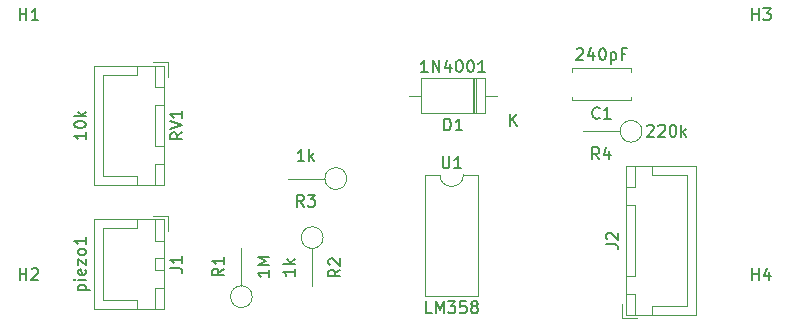
<source format=gbr>
%TF.GenerationSoftware,KiCad,Pcbnew,5.1.10-88a1d61d58~90~ubuntu20.04.1*%
%TF.CreationDate,2022-03-31T22:16:58+01:00*%
%TF.ProjectId,piezo_amplifier,7069657a-6f5f-4616-9d70-6c6966696572,rev?*%
%TF.SameCoordinates,Original*%
%TF.FileFunction,Legend,Top*%
%TF.FilePolarity,Positive*%
%FSLAX46Y46*%
G04 Gerber Fmt 4.6, Leading zero omitted, Abs format (unit mm)*
G04 Created by KiCad (PCBNEW 5.1.10-88a1d61d58~90~ubuntu20.04.1) date 2022-03-31 22:16:58*
%MOMM*%
%LPD*%
G01*
G04 APERTURE LIST*
%ADD10C,0.120000*%
%ADD11C,0.150000*%
G04 APERTURE END LIST*
D10*
%TO.C,R3*%
X97920000Y-117000000D02*
G75*
G03*
X97920000Y-117000000I-920000J0D01*
G01*
X96080000Y-117000000D02*
X92920000Y-117000000D01*
%TO.C,C1*%
X121970000Y-110370000D02*
X117030000Y-110370000D01*
X121970000Y-107630000D02*
X117030000Y-107630000D01*
X121970000Y-110370000D02*
X121970000Y-110055000D01*
X121970000Y-107945000D02*
X121970000Y-107630000D01*
X117030000Y-110370000D02*
X117030000Y-110055000D01*
X117030000Y-107945000D02*
X117030000Y-107630000D01*
%TO.C,D1*%
X109640000Y-111470000D02*
X109640000Y-108530000D01*
X109640000Y-108530000D02*
X104200000Y-108530000D01*
X104200000Y-108530000D02*
X104200000Y-111470000D01*
X104200000Y-111470000D02*
X109640000Y-111470000D01*
X110660000Y-110000000D02*
X109640000Y-110000000D01*
X103180000Y-110000000D02*
X104200000Y-110000000D01*
X108740000Y-111470000D02*
X108740000Y-108530000D01*
X108620000Y-111470000D02*
X108620000Y-108530000D01*
X108860000Y-111470000D02*
X108860000Y-108530000D01*
%TO.C,J1*%
X82460000Y-120440000D02*
X76490000Y-120440000D01*
X76490000Y-120440000D02*
X76490000Y-128060000D01*
X76490000Y-128060000D02*
X82460000Y-128060000D01*
X82460000Y-128060000D02*
X82460000Y-120440000D01*
X82450000Y-123750000D02*
X81700000Y-123750000D01*
X81700000Y-123750000D02*
X81700000Y-124750000D01*
X81700000Y-124750000D02*
X82450000Y-124750000D01*
X82450000Y-124750000D02*
X82450000Y-123750000D01*
X82450000Y-120450000D02*
X81700000Y-120450000D01*
X81700000Y-120450000D02*
X81700000Y-122250000D01*
X81700000Y-122250000D02*
X82450000Y-122250000D01*
X82450000Y-122250000D02*
X82450000Y-120450000D01*
X82450000Y-126250000D02*
X81700000Y-126250000D01*
X81700000Y-126250000D02*
X81700000Y-128050000D01*
X81700000Y-128050000D02*
X82450000Y-128050000D01*
X82450000Y-128050000D02*
X82450000Y-126250000D01*
X80200000Y-120450000D02*
X80200000Y-121200000D01*
X80200000Y-121200000D02*
X77250000Y-121200000D01*
X77250000Y-121200000D02*
X77250000Y-124250000D01*
X80200000Y-128050000D02*
X80200000Y-127300000D01*
X80200000Y-127300000D02*
X77250000Y-127300000D01*
X77250000Y-127300000D02*
X77250000Y-124250000D01*
X82750000Y-121400000D02*
X82750000Y-120150000D01*
X82750000Y-120150000D02*
X81500000Y-120150000D01*
%TO.C,J2*%
X121540000Y-128560000D02*
X127510000Y-128560000D01*
X127510000Y-128560000D02*
X127510000Y-115940000D01*
X127510000Y-115940000D02*
X121540000Y-115940000D01*
X121540000Y-115940000D02*
X121540000Y-128560000D01*
X121550000Y-125250000D02*
X122300000Y-125250000D01*
X122300000Y-125250000D02*
X122300000Y-119250000D01*
X122300000Y-119250000D02*
X121550000Y-119250000D01*
X121550000Y-119250000D02*
X121550000Y-125250000D01*
X121550000Y-128550000D02*
X122300000Y-128550000D01*
X122300000Y-128550000D02*
X122300000Y-126750000D01*
X122300000Y-126750000D02*
X121550000Y-126750000D01*
X121550000Y-126750000D02*
X121550000Y-128550000D01*
X121550000Y-117750000D02*
X122300000Y-117750000D01*
X122300000Y-117750000D02*
X122300000Y-115950000D01*
X122300000Y-115950000D02*
X121550000Y-115950000D01*
X121550000Y-115950000D02*
X121550000Y-117750000D01*
X123800000Y-128550000D02*
X123800000Y-127800000D01*
X123800000Y-127800000D02*
X126750000Y-127800000D01*
X126750000Y-127800000D02*
X126750000Y-122250000D01*
X123800000Y-115950000D02*
X123800000Y-116700000D01*
X123800000Y-116700000D02*
X126750000Y-116700000D01*
X126750000Y-116700000D02*
X126750000Y-122250000D01*
X121250000Y-127600000D02*
X121250000Y-128850000D01*
X121250000Y-128850000D02*
X122500000Y-128850000D01*
%TO.C,R1*%
X89000000Y-126080000D02*
X89000000Y-122920000D01*
X89920000Y-127000000D02*
G75*
G03*
X89920000Y-127000000I-920000J0D01*
G01*
%TO.C,R2*%
X95920000Y-122000000D02*
G75*
G03*
X95920000Y-122000000I-920000J0D01*
G01*
X95000000Y-122920000D02*
X95000000Y-126080000D01*
%TO.C,R4*%
X121080000Y-113000000D02*
X117920000Y-113000000D01*
X122920000Y-113000000D02*
G75*
G03*
X122920000Y-113000000I-920000J0D01*
G01*
%TO.C,RV1*%
X82460000Y-107440000D02*
X76490000Y-107440000D01*
X76490000Y-107440000D02*
X76490000Y-117560000D01*
X76490000Y-117560000D02*
X82460000Y-117560000D01*
X82460000Y-117560000D02*
X82460000Y-107440000D01*
X82450000Y-110750000D02*
X81700000Y-110750000D01*
X81700000Y-110750000D02*
X81700000Y-114250000D01*
X81700000Y-114250000D02*
X82450000Y-114250000D01*
X82450000Y-114250000D02*
X82450000Y-110750000D01*
X82450000Y-107450000D02*
X81700000Y-107450000D01*
X81700000Y-107450000D02*
X81700000Y-109250000D01*
X81700000Y-109250000D02*
X82450000Y-109250000D01*
X82450000Y-109250000D02*
X82450000Y-107450000D01*
X82450000Y-115750000D02*
X81700000Y-115750000D01*
X81700000Y-115750000D02*
X81700000Y-117550000D01*
X81700000Y-117550000D02*
X82450000Y-117550000D01*
X82450000Y-117550000D02*
X82450000Y-115750000D01*
X80200000Y-107450000D02*
X80200000Y-108200000D01*
X80200000Y-108200000D02*
X77250000Y-108200000D01*
X77250000Y-108200000D02*
X77250000Y-112500000D01*
X80200000Y-117550000D02*
X80200000Y-116800000D01*
X80200000Y-116800000D02*
X77250000Y-116800000D01*
X77250000Y-116800000D02*
X77250000Y-112500000D01*
X82750000Y-108400000D02*
X82750000Y-107150000D01*
X82750000Y-107150000D02*
X81500000Y-107150000D01*
%TO.C,U1*%
X105810000Y-116670000D02*
X104560000Y-116670000D01*
X104560000Y-116670000D02*
X104560000Y-126950000D01*
X104560000Y-126950000D02*
X109060000Y-126950000D01*
X109060000Y-126950000D02*
X109060000Y-116670000D01*
X109060000Y-116670000D02*
X107810000Y-116670000D01*
X107810000Y-116670000D02*
G75*
G02*
X105810000Y-116670000I-1000000J0D01*
G01*
%TO.C,R3*%
D11*
X94293333Y-119372380D02*
X93960000Y-118896190D01*
X93721904Y-119372380D02*
X93721904Y-118372380D01*
X94102857Y-118372380D01*
X94198095Y-118420000D01*
X94245714Y-118467619D01*
X94293333Y-118562857D01*
X94293333Y-118705714D01*
X94245714Y-118800952D01*
X94198095Y-118848571D01*
X94102857Y-118896190D01*
X93721904Y-118896190D01*
X94626666Y-118372380D02*
X95245714Y-118372380D01*
X94912380Y-118753333D01*
X95055238Y-118753333D01*
X95150476Y-118800952D01*
X95198095Y-118848571D01*
X95245714Y-118943809D01*
X95245714Y-119181904D01*
X95198095Y-119277142D01*
X95150476Y-119324761D01*
X95055238Y-119372380D01*
X94769523Y-119372380D01*
X94674285Y-119324761D01*
X94626666Y-119277142D01*
X94340952Y-115532380D02*
X93769523Y-115532380D01*
X94055238Y-115532380D02*
X94055238Y-114532380D01*
X93960000Y-114675238D01*
X93864761Y-114770476D01*
X93769523Y-114818095D01*
X94769523Y-115532380D02*
X94769523Y-114532380D01*
X94864761Y-115151428D02*
X95150476Y-115532380D01*
X95150476Y-114865714D02*
X94769523Y-115246666D01*
%TO.C,C1*%
X119333333Y-111857142D02*
X119285714Y-111904761D01*
X119142857Y-111952380D01*
X119047619Y-111952380D01*
X118904761Y-111904761D01*
X118809523Y-111809523D01*
X118761904Y-111714285D01*
X118714285Y-111523809D01*
X118714285Y-111380952D01*
X118761904Y-111190476D01*
X118809523Y-111095238D01*
X118904761Y-111000000D01*
X119047619Y-110952380D01*
X119142857Y-110952380D01*
X119285714Y-111000000D01*
X119333333Y-111047619D01*
X120285714Y-111952380D02*
X119714285Y-111952380D01*
X120000000Y-111952380D02*
X120000000Y-110952380D01*
X119904761Y-111095238D01*
X119809523Y-111190476D01*
X119714285Y-111238095D01*
X117380952Y-106047619D02*
X117428571Y-106000000D01*
X117523809Y-105952380D01*
X117761904Y-105952380D01*
X117857142Y-106000000D01*
X117904761Y-106047619D01*
X117952380Y-106142857D01*
X117952380Y-106238095D01*
X117904761Y-106380952D01*
X117333333Y-106952380D01*
X117952380Y-106952380D01*
X118809523Y-106285714D02*
X118809523Y-106952380D01*
X118571428Y-105904761D02*
X118333333Y-106619047D01*
X118952380Y-106619047D01*
X119523809Y-105952380D02*
X119619047Y-105952380D01*
X119714285Y-106000000D01*
X119761904Y-106047619D01*
X119809523Y-106142857D01*
X119857142Y-106333333D01*
X119857142Y-106571428D01*
X119809523Y-106761904D01*
X119761904Y-106857142D01*
X119714285Y-106904761D01*
X119619047Y-106952380D01*
X119523809Y-106952380D01*
X119428571Y-106904761D01*
X119380952Y-106857142D01*
X119333333Y-106761904D01*
X119285714Y-106571428D01*
X119285714Y-106333333D01*
X119333333Y-106142857D01*
X119380952Y-106047619D01*
X119428571Y-106000000D01*
X119523809Y-105952380D01*
X120285714Y-106285714D02*
X120285714Y-107285714D01*
X120285714Y-106333333D02*
X120380952Y-106285714D01*
X120571428Y-106285714D01*
X120666666Y-106333333D01*
X120714285Y-106380952D01*
X120761904Y-106476190D01*
X120761904Y-106761904D01*
X120714285Y-106857142D01*
X120666666Y-106904761D01*
X120571428Y-106952380D01*
X120380952Y-106952380D01*
X120285714Y-106904761D01*
X121523809Y-106428571D02*
X121190476Y-106428571D01*
X121190476Y-106952380D02*
X121190476Y-105952380D01*
X121666666Y-105952380D01*
%TO.C,D1*%
X106181904Y-112922380D02*
X106181904Y-111922380D01*
X106420000Y-111922380D01*
X106562857Y-111970000D01*
X106658095Y-112065238D01*
X106705714Y-112160476D01*
X106753333Y-112350952D01*
X106753333Y-112493809D01*
X106705714Y-112684285D01*
X106658095Y-112779523D01*
X106562857Y-112874761D01*
X106420000Y-112922380D01*
X106181904Y-112922380D01*
X107705714Y-112922380D02*
X107134285Y-112922380D01*
X107420000Y-112922380D02*
X107420000Y-111922380D01*
X107324761Y-112065238D01*
X107229523Y-112160476D01*
X107134285Y-112208095D01*
X104777142Y-107982380D02*
X104205714Y-107982380D01*
X104491428Y-107982380D02*
X104491428Y-106982380D01*
X104396190Y-107125238D01*
X104300952Y-107220476D01*
X104205714Y-107268095D01*
X105205714Y-107982380D02*
X105205714Y-106982380D01*
X105777142Y-107982380D01*
X105777142Y-106982380D01*
X106681904Y-107315714D02*
X106681904Y-107982380D01*
X106443809Y-106934761D02*
X106205714Y-107649047D01*
X106824761Y-107649047D01*
X107396190Y-106982380D02*
X107491428Y-106982380D01*
X107586666Y-107030000D01*
X107634285Y-107077619D01*
X107681904Y-107172857D01*
X107729523Y-107363333D01*
X107729523Y-107601428D01*
X107681904Y-107791904D01*
X107634285Y-107887142D01*
X107586666Y-107934761D01*
X107491428Y-107982380D01*
X107396190Y-107982380D01*
X107300952Y-107934761D01*
X107253333Y-107887142D01*
X107205714Y-107791904D01*
X107158095Y-107601428D01*
X107158095Y-107363333D01*
X107205714Y-107172857D01*
X107253333Y-107077619D01*
X107300952Y-107030000D01*
X107396190Y-106982380D01*
X108348571Y-106982380D02*
X108443809Y-106982380D01*
X108539047Y-107030000D01*
X108586666Y-107077619D01*
X108634285Y-107172857D01*
X108681904Y-107363333D01*
X108681904Y-107601428D01*
X108634285Y-107791904D01*
X108586666Y-107887142D01*
X108539047Y-107934761D01*
X108443809Y-107982380D01*
X108348571Y-107982380D01*
X108253333Y-107934761D01*
X108205714Y-107887142D01*
X108158095Y-107791904D01*
X108110476Y-107601428D01*
X108110476Y-107363333D01*
X108158095Y-107172857D01*
X108205714Y-107077619D01*
X108253333Y-107030000D01*
X108348571Y-106982380D01*
X109634285Y-107982380D02*
X109062857Y-107982380D01*
X109348571Y-107982380D02*
X109348571Y-106982380D01*
X109253333Y-107125238D01*
X109158095Y-107220476D01*
X109062857Y-107268095D01*
X111738095Y-112552380D02*
X111738095Y-111552380D01*
X112309523Y-112552380D02*
X111880952Y-111980952D01*
X112309523Y-111552380D02*
X111738095Y-112123809D01*
%TO.C,H1*%
X70238095Y-103602380D02*
X70238095Y-102602380D01*
X70238095Y-103078571D02*
X70809523Y-103078571D01*
X70809523Y-103602380D02*
X70809523Y-102602380D01*
X71809523Y-103602380D02*
X71238095Y-103602380D01*
X71523809Y-103602380D02*
X71523809Y-102602380D01*
X71428571Y-102745238D01*
X71333333Y-102840476D01*
X71238095Y-102888095D01*
%TO.C,H2*%
X70238095Y-125602380D02*
X70238095Y-124602380D01*
X70238095Y-125078571D02*
X70809523Y-125078571D01*
X70809523Y-125602380D02*
X70809523Y-124602380D01*
X71238095Y-124697619D02*
X71285714Y-124650000D01*
X71380952Y-124602380D01*
X71619047Y-124602380D01*
X71714285Y-124650000D01*
X71761904Y-124697619D01*
X71809523Y-124792857D01*
X71809523Y-124888095D01*
X71761904Y-125030952D01*
X71190476Y-125602380D01*
X71809523Y-125602380D01*
%TO.C,H3*%
X132238095Y-103602380D02*
X132238095Y-102602380D01*
X132238095Y-103078571D02*
X132809523Y-103078571D01*
X132809523Y-103602380D02*
X132809523Y-102602380D01*
X133190476Y-102602380D02*
X133809523Y-102602380D01*
X133476190Y-102983333D01*
X133619047Y-102983333D01*
X133714285Y-103030952D01*
X133761904Y-103078571D01*
X133809523Y-103173809D01*
X133809523Y-103411904D01*
X133761904Y-103507142D01*
X133714285Y-103554761D01*
X133619047Y-103602380D01*
X133333333Y-103602380D01*
X133238095Y-103554761D01*
X133190476Y-103507142D01*
%TO.C,H4*%
X132238095Y-125602380D02*
X132238095Y-124602380D01*
X132238095Y-125078571D02*
X132809523Y-125078571D01*
X132809523Y-125602380D02*
X132809523Y-124602380D01*
X133714285Y-124935714D02*
X133714285Y-125602380D01*
X133476190Y-124554761D02*
X133238095Y-125269047D01*
X133857142Y-125269047D01*
%TO.C,J1*%
X83002380Y-124583333D02*
X83716666Y-124583333D01*
X83859523Y-124630952D01*
X83954761Y-124726190D01*
X84002380Y-124869047D01*
X84002380Y-124964285D01*
X84002380Y-123583333D02*
X84002380Y-124154761D01*
X84002380Y-123869047D02*
X83002380Y-123869047D01*
X83145238Y-123964285D01*
X83240476Y-124059523D01*
X83288095Y-124154761D01*
X75185714Y-126464285D02*
X76185714Y-126464285D01*
X75233333Y-126464285D02*
X75185714Y-126369047D01*
X75185714Y-126178571D01*
X75233333Y-126083333D01*
X75280952Y-126035714D01*
X75376190Y-125988095D01*
X75661904Y-125988095D01*
X75757142Y-126035714D01*
X75804761Y-126083333D01*
X75852380Y-126178571D01*
X75852380Y-126369047D01*
X75804761Y-126464285D01*
X75852380Y-125559523D02*
X75185714Y-125559523D01*
X74852380Y-125559523D02*
X74900000Y-125607142D01*
X74947619Y-125559523D01*
X74900000Y-125511904D01*
X74852380Y-125559523D01*
X74947619Y-125559523D01*
X75804761Y-124702380D02*
X75852380Y-124797619D01*
X75852380Y-124988095D01*
X75804761Y-125083333D01*
X75709523Y-125130952D01*
X75328571Y-125130952D01*
X75233333Y-125083333D01*
X75185714Y-124988095D01*
X75185714Y-124797619D01*
X75233333Y-124702380D01*
X75328571Y-124654761D01*
X75423809Y-124654761D01*
X75519047Y-125130952D01*
X75185714Y-124321428D02*
X75185714Y-123797619D01*
X75852380Y-124321428D01*
X75852380Y-123797619D01*
X75852380Y-123273809D02*
X75804761Y-123369047D01*
X75757142Y-123416666D01*
X75661904Y-123464285D01*
X75376190Y-123464285D01*
X75280952Y-123416666D01*
X75233333Y-123369047D01*
X75185714Y-123273809D01*
X75185714Y-123130952D01*
X75233333Y-123035714D01*
X75280952Y-122988095D01*
X75376190Y-122940476D01*
X75661904Y-122940476D01*
X75757142Y-122988095D01*
X75804761Y-123035714D01*
X75852380Y-123130952D01*
X75852380Y-123273809D01*
X75852380Y-121988095D02*
X75852380Y-122559523D01*
X75852380Y-122273809D02*
X74852380Y-122273809D01*
X74995238Y-122369047D01*
X75090476Y-122464285D01*
X75138095Y-122559523D01*
%TO.C,J2*%
X119902380Y-122583333D02*
X120616666Y-122583333D01*
X120759523Y-122630952D01*
X120854761Y-122726190D01*
X120902380Y-122869047D01*
X120902380Y-122964285D01*
X119997619Y-122154761D02*
X119950000Y-122107142D01*
X119902380Y-122011904D01*
X119902380Y-121773809D01*
X119950000Y-121678571D01*
X119997619Y-121630952D01*
X120092857Y-121583333D01*
X120188095Y-121583333D01*
X120330952Y-121630952D01*
X120902380Y-122202380D01*
X120902380Y-121583333D01*
%TO.C,R1*%
X87532380Y-124626666D02*
X87056190Y-124960000D01*
X87532380Y-125198095D02*
X86532380Y-125198095D01*
X86532380Y-124817142D01*
X86580000Y-124721904D01*
X86627619Y-124674285D01*
X86722857Y-124626666D01*
X86865714Y-124626666D01*
X86960952Y-124674285D01*
X87008571Y-124721904D01*
X87056190Y-124817142D01*
X87056190Y-125198095D01*
X87532380Y-123674285D02*
X87532380Y-124245714D01*
X87532380Y-123960000D02*
X86532380Y-123960000D01*
X86675238Y-124055238D01*
X86770476Y-124150476D01*
X86818095Y-124245714D01*
X91372380Y-124745714D02*
X91372380Y-125317142D01*
X91372380Y-125031428D02*
X90372380Y-125031428D01*
X90515238Y-125126666D01*
X90610476Y-125221904D01*
X90658095Y-125317142D01*
X91372380Y-124317142D02*
X90372380Y-124317142D01*
X91086666Y-123983809D01*
X90372380Y-123650476D01*
X91372380Y-123650476D01*
%TO.C,R2*%
X97372380Y-124706666D02*
X96896190Y-125040000D01*
X97372380Y-125278095D02*
X96372380Y-125278095D01*
X96372380Y-124897142D01*
X96420000Y-124801904D01*
X96467619Y-124754285D01*
X96562857Y-124706666D01*
X96705714Y-124706666D01*
X96800952Y-124754285D01*
X96848571Y-124801904D01*
X96896190Y-124897142D01*
X96896190Y-125278095D01*
X96467619Y-124325714D02*
X96420000Y-124278095D01*
X96372380Y-124182857D01*
X96372380Y-123944761D01*
X96420000Y-123849523D01*
X96467619Y-123801904D01*
X96562857Y-123754285D01*
X96658095Y-123754285D01*
X96800952Y-123801904D01*
X97372380Y-124373333D01*
X97372380Y-123754285D01*
X93532380Y-124659047D02*
X93532380Y-125230476D01*
X93532380Y-124944761D02*
X92532380Y-124944761D01*
X92675238Y-125040000D01*
X92770476Y-125135238D01*
X92818095Y-125230476D01*
X93532380Y-124230476D02*
X92532380Y-124230476D01*
X93151428Y-124135238D02*
X93532380Y-123849523D01*
X92865714Y-123849523D02*
X93246666Y-124230476D01*
%TO.C,R4*%
X119293333Y-115372380D02*
X118960000Y-114896190D01*
X118721904Y-115372380D02*
X118721904Y-114372380D01*
X119102857Y-114372380D01*
X119198095Y-114420000D01*
X119245714Y-114467619D01*
X119293333Y-114562857D01*
X119293333Y-114705714D01*
X119245714Y-114800952D01*
X119198095Y-114848571D01*
X119102857Y-114896190D01*
X118721904Y-114896190D01*
X120150476Y-114705714D02*
X120150476Y-115372380D01*
X119912380Y-114324761D02*
X119674285Y-115039047D01*
X120293333Y-115039047D01*
X123357142Y-112547619D02*
X123404761Y-112500000D01*
X123500000Y-112452380D01*
X123738095Y-112452380D01*
X123833333Y-112500000D01*
X123880952Y-112547619D01*
X123928571Y-112642857D01*
X123928571Y-112738095D01*
X123880952Y-112880952D01*
X123309523Y-113452380D01*
X123928571Y-113452380D01*
X124309523Y-112547619D02*
X124357142Y-112500000D01*
X124452380Y-112452380D01*
X124690476Y-112452380D01*
X124785714Y-112500000D01*
X124833333Y-112547619D01*
X124880952Y-112642857D01*
X124880952Y-112738095D01*
X124833333Y-112880952D01*
X124261904Y-113452380D01*
X124880952Y-113452380D01*
X125500000Y-112452380D02*
X125595238Y-112452380D01*
X125690476Y-112500000D01*
X125738095Y-112547619D01*
X125785714Y-112642857D01*
X125833333Y-112833333D01*
X125833333Y-113071428D01*
X125785714Y-113261904D01*
X125738095Y-113357142D01*
X125690476Y-113404761D01*
X125595238Y-113452380D01*
X125500000Y-113452380D01*
X125404761Y-113404761D01*
X125357142Y-113357142D01*
X125309523Y-113261904D01*
X125261904Y-113071428D01*
X125261904Y-112833333D01*
X125309523Y-112642857D01*
X125357142Y-112547619D01*
X125404761Y-112500000D01*
X125500000Y-112452380D01*
X126261904Y-113452380D02*
X126261904Y-112452380D01*
X126357142Y-113071428D02*
X126642857Y-113452380D01*
X126642857Y-112785714D02*
X126261904Y-113166666D01*
%TO.C,RV1*%
X84002380Y-113095238D02*
X83526190Y-113428571D01*
X84002380Y-113666666D02*
X83002380Y-113666666D01*
X83002380Y-113285714D01*
X83050000Y-113190476D01*
X83097619Y-113142857D01*
X83192857Y-113095238D01*
X83335714Y-113095238D01*
X83430952Y-113142857D01*
X83478571Y-113190476D01*
X83526190Y-113285714D01*
X83526190Y-113666666D01*
X83002380Y-112809523D02*
X84002380Y-112476190D01*
X83002380Y-112142857D01*
X84002380Y-111285714D02*
X84002380Y-111857142D01*
X84002380Y-111571428D02*
X83002380Y-111571428D01*
X83145238Y-111666666D01*
X83240476Y-111761904D01*
X83288095Y-111857142D01*
X75852380Y-113095238D02*
X75852380Y-113666666D01*
X75852380Y-113380952D02*
X74852380Y-113380952D01*
X74995238Y-113476190D01*
X75090476Y-113571428D01*
X75138095Y-113666666D01*
X74852380Y-112476190D02*
X74852380Y-112380952D01*
X74900000Y-112285714D01*
X74947619Y-112238095D01*
X75042857Y-112190476D01*
X75233333Y-112142857D01*
X75471428Y-112142857D01*
X75661904Y-112190476D01*
X75757142Y-112238095D01*
X75804761Y-112285714D01*
X75852380Y-112380952D01*
X75852380Y-112476190D01*
X75804761Y-112571428D01*
X75757142Y-112619047D01*
X75661904Y-112666666D01*
X75471428Y-112714285D01*
X75233333Y-112714285D01*
X75042857Y-112666666D01*
X74947619Y-112619047D01*
X74900000Y-112571428D01*
X74852380Y-112476190D01*
X75852380Y-111714285D02*
X74852380Y-111714285D01*
X75471428Y-111619047D02*
X75852380Y-111333333D01*
X75185714Y-111333333D02*
X75566666Y-111714285D01*
%TO.C,U1*%
X106048095Y-115122380D02*
X106048095Y-115931904D01*
X106095714Y-116027142D01*
X106143333Y-116074761D01*
X106238571Y-116122380D01*
X106429047Y-116122380D01*
X106524285Y-116074761D01*
X106571904Y-116027142D01*
X106619523Y-115931904D01*
X106619523Y-115122380D01*
X107619523Y-116122380D02*
X107048095Y-116122380D01*
X107333809Y-116122380D02*
X107333809Y-115122380D01*
X107238571Y-115265238D01*
X107143333Y-115360476D01*
X107048095Y-115408095D01*
X105119523Y-128402380D02*
X104643333Y-128402380D01*
X104643333Y-127402380D01*
X105452857Y-128402380D02*
X105452857Y-127402380D01*
X105786190Y-128116666D01*
X106119523Y-127402380D01*
X106119523Y-128402380D01*
X106500476Y-127402380D02*
X107119523Y-127402380D01*
X106786190Y-127783333D01*
X106929047Y-127783333D01*
X107024285Y-127830952D01*
X107071904Y-127878571D01*
X107119523Y-127973809D01*
X107119523Y-128211904D01*
X107071904Y-128307142D01*
X107024285Y-128354761D01*
X106929047Y-128402380D01*
X106643333Y-128402380D01*
X106548095Y-128354761D01*
X106500476Y-128307142D01*
X108024285Y-127402380D02*
X107548095Y-127402380D01*
X107500476Y-127878571D01*
X107548095Y-127830952D01*
X107643333Y-127783333D01*
X107881428Y-127783333D01*
X107976666Y-127830952D01*
X108024285Y-127878571D01*
X108071904Y-127973809D01*
X108071904Y-128211904D01*
X108024285Y-128307142D01*
X107976666Y-128354761D01*
X107881428Y-128402380D01*
X107643333Y-128402380D01*
X107548095Y-128354761D01*
X107500476Y-128307142D01*
X108643333Y-127830952D02*
X108548095Y-127783333D01*
X108500476Y-127735714D01*
X108452857Y-127640476D01*
X108452857Y-127592857D01*
X108500476Y-127497619D01*
X108548095Y-127450000D01*
X108643333Y-127402380D01*
X108833809Y-127402380D01*
X108929047Y-127450000D01*
X108976666Y-127497619D01*
X109024285Y-127592857D01*
X109024285Y-127640476D01*
X108976666Y-127735714D01*
X108929047Y-127783333D01*
X108833809Y-127830952D01*
X108643333Y-127830952D01*
X108548095Y-127878571D01*
X108500476Y-127926190D01*
X108452857Y-128021428D01*
X108452857Y-128211904D01*
X108500476Y-128307142D01*
X108548095Y-128354761D01*
X108643333Y-128402380D01*
X108833809Y-128402380D01*
X108929047Y-128354761D01*
X108976666Y-128307142D01*
X109024285Y-128211904D01*
X109024285Y-128021428D01*
X108976666Y-127926190D01*
X108929047Y-127878571D01*
X108833809Y-127830952D01*
%TD*%
M02*

</source>
